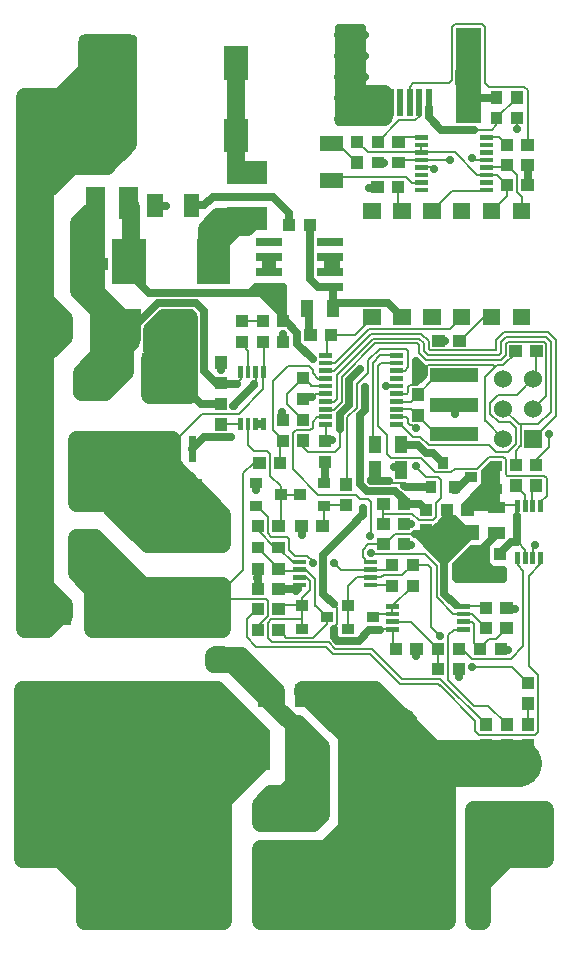
<source format=gtl>
G04 start of page 2 for group 0 idx 0 *
G04 Title: (unknown), component *
G04 Creator: pcb 20110918 *
G04 CreationDate: So 13 Jul 2014 20:19:28 GMT UTC *
G04 For: ffg *
G04 Format: Gerber/RS-274X *
G04 PCB-Dimensions: 196850 334646 *
G04 PCB-Coordinate-Origin: lower left *
%MOIN*%
%FSLAX25Y25*%
%LNTOP*%
%ADD270C,0.0630*%
%ADD269C,0.0709*%
%ADD268C,0.0787*%
%ADD267C,0.1221*%
%ADD266C,0.0394*%
%ADD265C,0.0354*%
%ADD264C,0.0138*%
%ADD263C,0.0276*%
%ADD262R,0.0339X0.0339*%
%ADD261R,0.0630X0.0630*%
%ADD260R,0.0340X0.0340*%
%ADD259R,0.0709X0.0709*%
%ADD258R,0.1102X0.1102*%
%ADD257R,0.0197X0.0197*%
%ADD256R,0.0827X0.0827*%
%ADD255R,0.0472X0.0472*%
%ADD254R,0.0161X0.0161*%
%ADD253R,0.0512X0.0512*%
%ADD252R,0.0157X0.0157*%
%ADD251R,0.0394X0.0394*%
%ADD250R,0.0240X0.0240*%
%ADD249R,0.0165X0.0165*%
%ADD248R,0.0787X0.0787*%
%ADD247R,0.0748X0.0748*%
%ADD246C,0.1181*%
%ADD245C,0.0001*%
%ADD244C,0.0250*%
%ADD243C,0.0079*%
%ADD242C,0.1575*%
%ADD241C,0.0600*%
G54D241*X180374Y64751D02*Y48638D01*
X176444Y64751D02*Y48638D01*
X170942Y64751D02*Y48638D01*
X165833Y64751D02*Y42350D01*
X163868Y27809D02*X161117D01*
X163868Y40385D02*Y27809D01*
X172121Y48638D02*X163868Y40385D01*
X161117Y27809D02*Y64751D01*
X184697Y48638D02*X172121D01*
X135190Y50199D02*X135179Y50210D01*
X184697Y64751D02*Y48638D01*
X161117Y64751D02*X184697D01*
G54D242*X175658Y80471D02*X135179D01*
G54D243*X165047Y93441D02*Y93499D01*
X181496Y89903D02*X182480Y90887D01*
G54D241*X143825Y70253D02*Y36062D01*
X148541Y70253D02*X143825D01*
X148541Y31739D02*Y70253D01*
X152078Y27809D02*Y80864D01*
G54D242*X135179Y39206D02*Y91868D01*
G54D244*X155968Y111871D02*X156008Y111911D01*
X155968Y109280D02*Y111871D01*
G54D243*X160331Y112697D02*X173786D01*
X149900Y108646D02*X137100D01*
X136400Y107046D02*X149083D01*
G54D244*X141795Y118527D02*X141860Y118592D01*
X141795Y116366D02*Y118527D01*
G54D241*X139109Y88724D02*Y93833D01*
G54D243*X161510Y91082D02*X162689Y89903D01*
X161510Y94619D02*Y91082D01*
X165047Y93499D02*X149900Y108646D01*
X149083Y107046D02*X149883Y106246D01*
X133955Y119608D02*X134971Y118592D01*
X137100Y108646D02*X127200Y118546D01*
X126526Y116920D02*X136400Y107046D01*
X149119Y111911D02*Y118592D01*
X163082D02*Y118987D01*
X156008Y118592D02*X157196D01*
X160433Y115355D01*
X173425D01*
G54D244*X172441Y118307D02*X170255D01*
X169970Y118592D01*
G54D243*X173425Y115355D02*X177559Y119489D01*
X179331Y112992D02*X182480Y109843D01*
X173786Y112697D02*X179195Y107288D01*
X162689Y89903D02*X181553D01*
X182480Y109843D02*Y90887D01*
G54D241*X97648Y96388D02*X77801Y116234D01*
X89957Y90323D02*X75443Y104837D01*
X95093Y104444D02*Y98942D01*
X83303Y116234D02*X95093Y104444D01*
G54D243*X88422Y119368D02*X88428Y119362D01*
X88472Y119318D02*X88644Y119146D01*
G54D241*X86447Y93833D02*Y76934D01*
G54D242*X77408Y95012D02*Y76541D01*
G54D241*X89957Y80444D02*Y87125D01*
X77408Y67895D02*X89957Y80444D01*
Y84008D02*Y90323D01*
G54D243*X88644Y119146D02*X111831D01*
X111800D02*X111874D01*
X114000Y117020D01*
G54D242*X67583Y99728D02*Y33704D01*
G54D241*X77408Y27809D02*Y67895D01*
X31427Y27809D02*X77408D01*
X31427Y40385D02*Y27809D01*
X75443Y104837D02*X10598D01*
G54D242*X56579Y97763D02*Y32918D01*
X45182Y98156D02*Y32918D01*
G54D241*X37715Y104051D02*Y27809D01*
X32606Y104837D02*Y27809D01*
X23174Y48638D02*X31427Y40385D01*
X38501Y104837D02*X37715Y104051D01*
X27497Y104837D02*Y44315D01*
X21995Y104837D02*Y48638D01*
X16493Y104837D02*Y48638D01*
X10598D02*X23174D01*
X10598Y104837D02*Y48638D01*
X105311Y27809D02*Y43922D01*
X110027Y27809D02*Y43922D01*
X114743Y27809D02*Y43922D01*
X118673Y58856D02*X111599Y51782D01*
X118673Y60821D02*Y58856D01*
X89984Y39992D02*X118673D01*
X89984Y43922D02*X118673D01*
Y49031D02*X89984D01*
Y51782D02*Y27809D01*
X111599Y51782D02*X89984D01*
X152078Y27809D02*X89984D01*
X143825Y36062D02*X126533D01*
X122603Y31739D02*X148541D01*
X122210Y32132D02*X122603Y31739D01*
X110027Y69467D02*X92735D01*
X97844Y70253D02*X100988Y73397D01*
X93521Y70253D02*X97844D01*
X107276Y60428D02*X89984D01*
X100988Y73397D02*Y93440D01*
X89984Y66716D02*X93521Y70253D01*
X89984Y60428D02*Y66716D01*
X105311Y90689D02*Y60428D01*
X110027Y63179D02*X107276Y60428D01*
X110027Y85973D02*Y63179D01*
X126533Y36062D02*Y93636D01*
X122210D02*Y32132D01*
X118673Y89510D02*Y27809D01*
X102560Y93440D02*X110027Y85973D01*
X100595Y93440D02*X102560D01*
X95093Y98942D02*X100595Y93440D01*
X108652Y99532D02*X133410D01*
X134982Y93636D02*X135179Y93833D01*
X114546Y93636D02*X134982D01*
X152078Y80864D02*X135179Y97763D01*
X104132Y104051D02*X118673Y89510D01*
X104132Y104837D02*Y104051D01*
X128105Y104837D02*X104132D01*
G54D243*X127200Y118546D02*X114846D01*
X114673Y118719D01*
X113974Y117046D02*X114100Y116920D01*
X126526D01*
G54D241*X139109Y93833D02*X128105Y104837D01*
G54D244*X172173Y131918D02*X171939Y132151D01*
X174670Y131918D02*X172173D01*
G54D243*X177559Y119489D02*Y144489D01*
X179331Y142914D02*Y112992D01*
X149720Y106409D02*X161510Y94619D01*
X152471Y108374D02*X161117Y99728D01*
X179195Y93440D02*Y100398D01*
X165833Y99728D02*X172121Y93440D01*
X161117Y99728D02*X165833D01*
X152471Y122129D02*Y108374D01*
X149720Y122915D02*Y122926D01*
X152471Y122156D02*Y123141D01*
X161220Y120453D02*X163082Y118592D01*
Y118987D02*X166142Y122048D01*
X168517D01*
X171939Y125470D01*
X152471Y123141D02*X154331Y125000D01*
X157382D01*
X157480Y125099D01*
X161220Y126969D02*Y120453D01*
X157480Y127658D02*X160531D01*
X161220Y126969D01*
X157580Y130216D02*X160304D01*
X164425Y132776D02*X165050Y132151D01*
X164425Y132776D02*X155413D01*
X160304Y130216D02*X165050Y125470D01*
X155607Y130216D02*X158925D01*
X154231D02*X157184D01*
G54D244*X151181Y137008D02*X154921Y133268D01*
G54D243*X155413Y132776D02*X154823Y133366D01*
X148622Y135825D02*X154231Y130216D01*
X177559Y144489D02*X175591Y146457D01*
X183208Y146791D02*X179331Y142914D01*
G54D244*X167126Y144882D02*X170866D01*
Y141929D01*
X166339Y143504D02*X169535D01*
X169654Y143386D01*
X170866Y141929D02*X162134D01*
X164996Y144847D02*X166339Y143504D01*
X169654Y143386D02*X160678D01*
X165157Y145241D02*X165551Y144847D01*
X155118Y142126D02*X155315Y141929D01*
X162134D02*X158965Y145099D01*
X159217Y144847D02*X164996D01*
X160678Y143386D02*X160595Y143469D01*
X155315Y141929D02*X162598D01*
G54D243*X121798Y142153D02*X119119Y139474D01*
Y125303D02*Y139474D01*
X122067Y142422D02*X121516Y141871D01*
G54D244*X126203Y124943D02*X129797D01*
G54D243*X126673Y144981D02*X116650D01*
X102547Y147270D02*X100999D01*
X102547Y144711D02*X96669D01*
X105800Y137575D02*X103771Y135546D01*
X105138Y142422D02*X106457Y141103D01*
Y138232D01*
X105748Y137523D01*
X108071Y142048D02*Y133124D01*
X102953Y142422D02*X105138D01*
X102953Y144981D02*X105138D01*
X108071Y142048D01*
X103771Y128417D02*Y135527D01*
X108081Y133114D02*X111992Y129203D01*
Y126938D01*
X107400Y122346D01*
X108071Y133124D02*X108137Y133058D01*
X107400Y122346D02*X98413D01*
X98113Y122646D01*
X92342Y122446D02*Y122304D01*
X93900Y120746D01*
X112646D01*
X112600D02*X112646D01*
X114800Y118592D01*
X103739Y128417D02*Y125356D01*
X103792Y125303D01*
X146850Y125785D02*X149720Y122915D01*
G54D244*X129797Y124943D02*X129800Y124946D01*
G54D243*X133858Y130217D02*Y132776D01*
Y132677D02*Y132778D01*
X126575Y144981D02*X132098D01*
X126575Y139863D02*X133563D01*
X122067Y142422D02*X130217D01*
X130906Y143111D01*
X132098Y144981D02*X133808Y146691D01*
X133858Y132778D02*X140697Y139617D01*
X148622Y146260D02*Y135825D01*
X137117Y143111D02*X140697Y146691D01*
X145829D01*
X146850Y145670D01*
X133563Y139863D02*X133808Y139617D01*
X130906Y143111D02*X137117D01*
X137008D02*X137117D01*
X146850Y145670D02*Y125785D01*
X161451Y281635D02*X161006Y282080D01*
X165136Y281635D02*X161451D01*
X162210Y276556D02*X165098D01*
X165136Y271400D02*X153863D01*
X143484Y273959D02*X140307D01*
X154572Y284194D02*X162210Y276556D01*
X143484Y284194D02*X154572D01*
X143528Y281591D02*X143484Y281635D01*
X153145Y281591D02*X143528D01*
X153088Y281648D02*X153212Y281524D01*
X153863Y271400D02*X147079Y264616D01*
X172022Y269716D02*X166922Y264616D01*
X172022Y273369D02*Y269716D01*
X165187Y276569D02*X165136Y276518D01*
X168823Y276569D02*X165187D01*
X165098Y276556D02*X165136Y276518D01*
X168874D02*X172022Y273369D01*
X165136Y279077D02*X171236D01*
X176922Y269344D02*X175410Y270856D01*
X176922Y264616D02*Y269344D01*
G54D244*X178912Y273369D02*Y279865D01*
G54D243*X179010Y286770D02*X178948Y286708D01*
X179010Y304742D02*Y286770D01*
X178953Y304799D02*X179010Y304742D01*
X177819Y305933D02*X179000Y304752D01*
X175410Y276478D02*X172024Y279865D01*
X171236Y279077D02*X172024Y279865D01*
X175410Y270856D02*Y276478D01*
X175456Y291957D02*Y295501D01*
X167090Y291662D02*X168567Y293138D01*
X161185Y291662D02*X167090D01*
G54D244*X150161D02*X160988D01*
G54D243*X169454Y289312D02*X172058Y286708D01*
X165136Y289312D02*X169454D01*
X168567Y293138D02*Y295894D01*
X166008Y305933D02*X177819D01*
X168567Y295894D02*X168504Y295957D01*
X168567Y295501D02*X175456Y302390D01*
X168504Y296597D02*Y296028D01*
G54D244*X143960Y212406D02*X141771Y214595D01*
X141795Y214571D02*X141710Y214656D01*
G54D243*X139039Y212429D02*Y217744D01*
X137912Y211302D02*X139039Y212429D01*
X142800Y217256D02*X145100Y214956D01*
G54D244*X143960Y209673D02*Y212406D01*
X141795Y207508D02*X143960Y209673D01*
X141795Y207705D02*Y214571D01*
G54D243*X145310Y209856D02*Y212956D01*
G54D244*X132375Y233886D02*X137079Y229182D01*
X113950Y233886D02*X132375D01*
X113950Y239102D02*X113842Y239210D01*
X113950Y232083D02*Y239102D01*
X124810Y198256D02*Y205956D01*
X123010Y196456D02*X124810Y198256D01*
G54D243*X122010Y206856D02*Y198956D01*
X129000Y212823D02*Y193728D01*
X127425Y214004D02*Y190215D01*
X125815Y210661D02*X122010Y206856D01*
X125815Y214756D02*Y210661D01*
G54D244*X123110Y211756D02*X119510Y208156D01*
G54D243*X128210Y220456D02*X117010Y209256D01*
X127510Y222056D02*X115410Y209956D01*
X127079Y228785D02*X121424Y223130D01*
X114456Y211302D02*X126810Y223656D01*
X114715Y213861D02*X126110Y225256D01*
G54D244*X123210Y211756D02*X123110D01*
G54D243*X117010Y201056D02*X114310Y198356D01*
X117010Y209256D02*Y201056D01*
X115410Y202056D02*X114410Y201056D01*
X115410Y209956D02*Y202056D01*
X128210Y220456D02*X141410D01*
X138252Y218532D02*X129590D01*
X139039Y217744D02*X138252Y218532D01*
X141390Y220456D02*X142090D01*
X142800Y219746D01*
Y217256D01*
X126110Y225256D02*X152996D01*
X125850Y214791D02*X129590Y218532D01*
X130038Y213861D02*X129000Y212823D01*
X134834Y213861D02*X130038D01*
X129841Y216420D02*X127425Y214004D01*
X134834Y216420D02*X129841D01*
X126810Y223656D02*X143490D01*
X127510Y222056D02*X142590D01*
X142610D02*X142790D01*
X143490Y223656D02*X146000Y221146D01*
X142790Y222056D02*X144400Y220446D01*
X146000Y221146D02*Y218646D01*
X146490Y218156D01*
X144400Y220446D02*Y217956D01*
X134834Y211302D02*X137912D01*
X139728Y206622D02*X142076D01*
X139116Y206010D02*X139728Y206622D01*
X139116Y204162D02*Y206010D01*
X139039Y204085D02*X139116Y204162D01*
X138580Y203626D02*X139110Y204156D01*
X134834Y203626D02*X138580D01*
X135236Y206201D02*X131791D01*
X131693Y206300D01*
X134834Y201067D02*X139990D01*
X134834Y198508D02*X140228D01*
X135236Y195965D02*X138287D01*
X139094Y195158D01*
Y193859D01*
X139764Y193189D01*
X140563D01*
X141598Y192154D01*
X140614Y189398D02*X143168D01*
X136671Y193341D02*X140614Y189398D01*
X133636Y193341D02*X136671D01*
G54D244*X136724Y186642D02*X136610Y186756D01*
X142386Y186642D02*X136724D01*
G54D243*X129000Y192941D02*X132149Y189791D01*
X129000Y193729D02*Y192941D01*
X127425Y187036D02*X127819Y186642D01*
X127425Y190185D02*Y187036D01*
X133330Y182311D02*X132149Y183492D01*
X142779Y182311D02*X133330D01*
X143168Y189398D02*X146010Y186556D01*
G54D244*X145141Y183886D02*X142386Y186642D01*
X147504Y183886D02*X145141D01*
X150690Y180700D02*X147504Y183886D01*
G54D243*X142900Y182311D02*X143235D01*
X132149Y189791D02*Y183492D01*
G54D244*X150690Y180669D02*Y180700D01*
G54D243*X146010Y186556D02*X166210D01*
X145929Y172469D02*X145928D01*
X143235Y182311D02*X148100Y177446D01*
X153508D01*
X154800Y178738D01*
X155100D01*
X166210Y186556D02*X168510Y184256D01*
X164957Y194556D02*X170780Y188733D01*
X164810Y194556D02*X164957D01*
X168510Y184256D02*X172310D01*
X170810Y182656D02*X165910D01*
G54D244*X168363Y165411D02*X168072Y165120D01*
X167416Y165776D02*X168072Y165120D01*
X159315Y165776D02*X167416D01*
G54D243*X169735Y166460D02*X168263Y164988D01*
G54D244*Y165311D02*X168072Y165120D01*
X166929Y167520D02*X161024D01*
X168363Y179687D02*Y165411D01*
Y179687D02*X166891D01*
X166929Y177756D02*Y167520D01*
X166891Y179687D02*X164764Y177559D01*
Y173229D01*
X158240Y166705D01*
Y165776D01*
X161024Y167520D02*X166142Y172638D01*
Y170079D01*
X163583Y167520D01*
G54D243*X171710Y181756D02*X170810Y182656D01*
X175063Y179948D02*Y184709D01*
Y184646D02*Y184709D01*
X176500Y186146D01*
X176590Y186236D02*X176515Y186161D01*
X172350Y184256D02*X172150D01*
X171710Y176806D02*Y181756D01*
X172110Y176406D02*X171710Y176806D01*
X175456Y166457D02*X175459Y166460D01*
X169735D02*X175459D01*
X178059Y170062D02*X175063Y173059D01*
X178059Y170062D02*Y166460D01*
X176590Y193456D02*Y186236D01*
X173120Y194156D02*X175010Y192266D01*
Y186916D01*
X172350Y184256D01*
X123000Y168646D02*X121750Y169896D01*
X121700Y169946D02*X121800Y169846D01*
X123000Y168646D02*X125700D01*
X126800Y167546D01*
G54D241*X123882Y300412D02*X124118Y300176D01*
X123882Y296000D02*Y300412D01*
G54D243*X125624Y284194D02*X122191Y287626D01*
G54D241*X131078Y303656D02*Y296000D01*
X123882Y303656D02*X131078D01*
X124118Y300176D02*X130382D01*
X131078Y296000D02*X123882D01*
G54D244*X123685Y308492D02*X116204D01*
Y309673D02*X123685D01*
G54D243*X138410Y275856D02*X114555D01*
X140307Y273959D02*X138410Y275856D01*
G54D244*X126206Y272336D02*X128752D01*
X128884Y272469D01*
G54D243*X135774Y265922D02*X137079Y264616D01*
X135774Y272469D02*Y265922D01*
X114555Y275856D02*X113530Y274831D01*
X115894Y287035D02*X122191Y280738D01*
X113530Y287035D02*X115894D01*
G54D244*X123685Y294319D02*X116204D01*
G54D243*X139630Y303177D02*Y305933D01*
G54D244*X168567Y302390D02*X160299D01*
G54D243*X164827Y307114D02*X166008Y305933D01*
G54D244*X156165Y309083D02*X162071D01*
Y310854D02*X156165D01*
X162071Y307311D02*Y310854D01*
X156165Y307311D02*X162071D01*
G54D243*X164827Y326012D02*Y307114D01*
X163842Y326996D02*X164827Y326012D01*
X154590Y326996D02*X163842D01*
X153606Y326012D02*X154590Y326996D01*
G54D244*X156165Y310854D02*Y307311D01*
G54D243*X153606Y308099D02*Y326012D01*
X152622Y307114D02*X153606Y308099D01*
X147305Y279077D02*X147782Y278600D01*
X143484Y279077D02*X147305D01*
X136868Y281635D02*X135970Y280736D01*
X143484Y281635D02*X136868D01*
X136210Y294756D02*X129080Y287626D01*
X143110Y284194D02*X125624D01*
X143484D02*Y286753D01*
X137656Y289312D02*X135970Y287626D01*
X143484Y289312D02*X137656D01*
G54D244*X145929Y295894D02*X150161Y291662D01*
G54D243*X142910Y298556D02*X142810Y298656D01*
X142910Y296156D02*Y298556D01*
X141510Y294756D02*X142910Y296156D01*
X136210Y294756D02*X141510D01*
G54D244*X145929Y299043D02*Y295894D01*
G54D243*X140811Y307114D02*X152622D01*
X139630Y305933D02*X140811Y307114D01*
X142076Y206622D02*X145310Y209856D01*
X164810Y209356D02*Y194556D01*
X140228Y198508D02*X148221Y190515D01*
X156426D02*X148221D01*
X139990Y201067D02*X149124Y210201D01*
X156426D02*X149124D01*
X145710Y213356D02*X167310D01*
X145310Y212956D02*X145710Y213356D01*
X145410Y214956D02*X166510D01*
X145100D02*X145500D01*
X146110Y216556D02*X169410D01*
X146773Y218156D02*X168410D01*
X146490D02*X147000D01*
X144400Y217956D02*X145800Y216556D01*
X146300D01*
X167310Y213356D02*X168060Y212606D01*
X168710Y213256D02*X164810Y209356D01*
X170810Y213256D02*X168710D01*
X169210Y203356D02*X175403D01*
X174958Y217404D02*X170810Y213256D01*
X174958Y217785D02*Y217404D01*
X169410Y216556D02*X170110Y217256D01*
X168510Y221656D02*X171010Y224156D01*
X168510Y218256D02*Y221656D01*
X170110Y220956D02*X171710Y222556D01*
X170110Y217256D02*Y220956D01*
X168510Y218256D02*X168410Y218156D01*
X171710Y220256D02*X172410Y220956D01*
X152996Y225256D02*X156922Y229182D01*
X156559Y221287D02*Y221091D01*
X164453Y229182D02*X156559Y221287D01*
X166922Y229182D02*X164453D01*
X171710Y216556D02*Y220256D01*
X166510Y200656D02*X169210Y203356D01*
X166510Y197056D02*Y200656D01*
X169410Y194156D02*X166510Y197056D01*
X170110Y214956D02*X171710Y216556D01*
X166410Y214956D02*X170110D01*
X172510Y194156D02*X169410D01*
X175063Y194450D02*X175057Y194456D01*
X176057Y193456D02*X170780Y198733D01*
X172490Y194156D02*X172690D01*
X172660D02*X173120D01*
G54D244*X134315Y179162D02*X135693D01*
X137758Y160264D02*X137744Y160250D01*
X123882Y163101D02*X120101Y159320D01*
X124000Y165646D02*Y163219D01*
X123714Y162932D01*
G54D243*X130856Y163646D02*X140429D01*
X126800Y167546D02*Y156587D01*
X132937Y173847D02*X137858D01*
X133921D02*X136874D01*
G54D244*X137930Y168110D02*X134786Y171254D01*
G54D243*X133134Y174634D02*X133921Y173847D01*
G54D244*X126834Y174634D02*X132740D01*
X126638Y174831D02*X126834Y174634D01*
G54D243*X118810Y173956D02*X118280Y173426D01*
G54D244*X125354Y171254D02*X122996Y173612D01*
X134786Y171254D02*X125354D01*
G54D243*X109200Y169946D02*X121700D01*
X130856Y160250D02*Y166931D01*
G54D244*X103606Y159447D02*X103624Y159464D01*
X103606Y156721D02*Y159447D01*
G54D243*X98630Y155927D02*X93521D01*
X99416Y155141D02*X98630Y155927D01*
X99416Y151604D02*Y155141D01*
X93128Y176363D02*X96665Y172826D01*
X101381Y149639D02*X99416Y151604D01*
X101413Y149607D02*X101098Y149922D01*
X105512Y149607D02*X101413D01*
X84089Y177149D02*Y144923D01*
X87626Y180686D02*X84089Y177149D01*
X89592Y180686D02*X87626D01*
X85268Y128417D02*Y122522D01*
X88805Y131954D02*X85268Y128417D01*
X88990Y131954D02*X88805D01*
X100700Y178446D02*X109200Y169946D01*
X107276Y147281D02*Y147842D01*
X105512Y149607D01*
G54D244*X120245Y159464D02*X110813Y150032D01*
Y138242D02*Y150032D01*
Y137063D02*X114350Y133526D01*
X110813Y137849D02*Y137063D01*
G54D243*X131642Y153962D02*X134590Y156910D01*
X131642Y153569D02*Y153962D01*
X140500Y150146D02*X126812D01*
X126533Y150425D01*
X126800Y156587D02*X126533Y156320D01*
X116650Y144981D02*X114350Y147281D01*
X130856Y153569D02*X125813D01*
X123937Y151693D01*
Y149292D01*
X125827Y147402D01*
X126220D01*
X115529Y126845D02*X114350Y125666D01*
X115529Y132347D02*Y126845D01*
X114546Y133330D02*X115529Y132347D01*
G54D244*X114350Y122522D02*Y125273D01*
X115529Y121343D02*X114350Y122522D01*
X122603Y121343D02*X115922D01*
X126140Y124880D02*X122603Y121343D01*
G54D243*X133955Y125099D02*Y119608D01*
Y130216D02*X128332D01*
G54D244*X95879Y138635D02*X102560D01*
G54D243*X97028Y133103D02*X95879Y131954D01*
X103792Y133103D02*X97028D01*
X98237Y122522D02*X95879Y124880D01*
X92342Y127238D02*Y122522D01*
X93521Y128417D02*X92342Y127238D01*
X103739Y128417D02*X93521D01*
X133955Y125099D02*X130289D01*
X128332Y130216D02*X127319Y129203D01*
G54D241*X74264Y116234D02*X78980D01*
X74264Y113483D02*Y116234D01*
X80552Y113483D02*X74264D01*
X76229Y116234D02*X83303D01*
G54D244*X88990Y145316D02*Y138635D01*
G54D243*X84089Y144923D02*X77015Y137849D01*
X79176Y135295D02*X78587Y134705D01*
G54D241*X77015Y125273D02*Y139421D01*
G54D243*X91753Y135295D02*X79176D01*
X92342Y134705D02*X91753Y135295D01*
X92342Y129596D02*Y134705D01*
X88990Y126244D02*X92342Y129596D01*
X88990Y124880D02*Y126244D01*
X85268Y122522D02*X88412Y119378D01*
G54D241*X32606Y155534D02*Y139814D01*
X34571Y155534D02*X28676D01*
X50684Y139421D02*X34571Y155534D01*
X28676D02*Y143744D01*
X52256Y153569D02*X40466Y165359D01*
X77015Y134705D02*X43610D01*
X77015Y139421D02*X50684D01*
X77015Y130382D02*X43610D01*
X34178Y125273D02*X77015D01*
X34178D02*X75443D01*
X43610Y138635D02*X51077D01*
X43610Y146495D02*Y125273D01*
X37715Y152390D02*Y125273D01*
X34178Y138242D02*Y125273D01*
X28676Y143744D02*X34178Y138242D01*
X20816Y129596D02*Y136670D01*
X23174Y129596D02*X18851Y125273D01*
X24336Y129596D02*X23174D01*
X24336Y133150D02*X18065Y139421D01*
X24336Y130153D02*Y133150D01*
X18065Y125273D02*X11384D01*
X53042Y207017D02*X66011D01*
X53042Y203087D02*X66011D01*
X65500D02*X66000Y203587D01*
X53800Y218221D02*X54000Y218021D01*
X53800Y218246D02*X53788Y218234D01*
G54D243*X98630Y203472D02*X104040Y208882D01*
X106097Y212912D02*X99023D01*
X107276Y211733D02*X106097Y212912D01*
X107276Y210554D02*Y211733D01*
X109136Y208694D02*X107276Y210554D01*
X111984Y208694D02*X109136D01*
X107300Y194346D02*Y192346D01*
X106500Y191546D01*
X101600D01*
X100700Y190646D01*
G54D244*X71196Y189332D02*X67201Y185337D01*
X80159Y189332D02*X71196D01*
G54D243*X85901Y186445D02*X87700Y184646D01*
X91919D01*
X91960Y184606D01*
X85729Y193702D02*Y186617D01*
X86370Y185976D01*
X116315Y191561D02*X116380Y191626D01*
X116315Y185795D02*Y191561D01*
X114800Y184280D02*X116315Y185795D01*
X112778Y184280D02*X114800D01*
X96480Y181079D02*Y189124D01*
X93128Y183437D02*Y176363D01*
X91949Y184616D02*X93128Y183437D01*
X104040Y194906D02*Y194926D01*
X111794Y195920D02*X108874D01*
X107300Y194346D01*
X100700Y190646D02*Y178446D01*
X70334Y196799D02*X61688Y188153D01*
G54D244*X69941Y200336D02*X67190Y203087D01*
X75443Y207017D02*X82124D01*
X71120Y211340D02*X75443Y207017D01*
X71207Y211253D02*X71100Y211360D01*
X76622Y200336D02*X69941D01*
G54D243*X76622Y193448D02*X82916D01*
X83170Y193702D01*
X70386Y196851D02*X69795Y196260D01*
X82598Y196969D02*X70504D01*
X70114Y196579D01*
G54D244*X87795Y206496D02*X80709Y199410D01*
G54D243*X90846Y205216D02*X82598Y196969D01*
X98630Y200336D02*Y203472D01*
X104040Y194926D02*X98630Y200336D01*
X96480Y189124D02*X96468Y189136D01*
X93914Y191690D02*X97451Y188153D01*
X93914Y207803D02*Y191690D01*
X99023Y212912D02*X93914Y207803D01*
G54D244*X87795Y206890D02*Y206496D01*
G54D243*X90846Y211024D02*Y205216D01*
G54D241*X28676Y167324D02*X38501D01*
X28676Y179114D02*Y167324D01*
Y177149D02*X43610Y162215D01*
X36929Y188153D02*Y168896D01*
X33785Y188153D02*Y172040D01*
X28676Y188153D02*Y177149D01*
X44003Y188153D02*X28676D01*
X40466Y187367D02*Y165359D01*
X30248Y204266D02*X38108D01*
X30248Y210554D02*Y204266D01*
X77015Y162215D02*X43610D01*
X77015Y157892D02*X47933D01*
X77015Y153569D02*X52256D01*
X77015Y163394D02*Y153569D01*
X67976Y172433D02*X77015Y163394D01*
X69155Y170075D02*Y171254D01*
X40466Y165359D02*X67976D01*
X40466Y174791D02*X65618D01*
X69155Y171254D02*X60509Y179900D01*
X40466Y170075D02*X69155D01*
X40466Y179114D02*X61295D01*
X40466Y183830D02*X60509D01*
Y188153D02*X40466D01*
X60509Y179900D02*Y188153D01*
G54D244*X96913Y195372D02*X97451Y194834D01*
X96913Y197469D02*Y195372D01*
X88252Y173762D02*X88465Y173975D01*
X88252Y171681D02*Y173762D01*
X111323Y174145D02*X111153Y173975D01*
X111323Y180930D02*Y174145D01*
G54D243*X111606Y188102D02*X111323Y187820D01*
X111606Y193390D02*Y188102D01*
X112087Y198356D02*X111984Y198459D01*
X105771Y184280D02*X112858D01*
X104040Y186011D02*X105771Y184280D01*
X104040Y188018D02*Y186011D01*
G54D244*X104634Y202587D02*X104040Y201992D01*
G54D243*X88412Y210970D02*Y207017D01*
X88443Y211001D02*X88412Y210970D01*
X91002Y219748D02*Y211033D01*
G54D244*X107149Y202587D02*X104634D01*
G54D243*X106983Y206135D02*X106836Y206282D01*
X106934Y206184D02*X104237Y208882D01*
X108140Y203577D02*X107149Y202587D01*
X111984Y203577D02*X108140D01*
X111984Y206135D02*X106983D01*
G54D244*X102167Y223916D02*X98237Y227846D01*
X102167Y220379D02*Y223916D01*
X107276Y215270D02*X102167Y220379D01*
G54D243*X111984Y216371D02*Y221794D01*
G54D244*X123010Y173598D02*Y196456D01*
G54D243*X118810Y195756D02*Y173956D01*
X122010Y198956D02*X118810Y195756D01*
G54D244*X116310Y191856D02*X116315Y191851D01*
X116310Y196756D02*Y191856D01*
X119510Y199956D02*X116310Y196756D01*
X119510Y208156D02*Y199956D01*
G54D243*X114310Y198356D02*X112087D01*
X112022Y201056D02*X111984Y201018D01*
X114410Y201056D02*X112022D01*
X118280Y166538D02*X111516D01*
X111606Y211302D02*X114456D01*
X111606Y213861D02*X114715D01*
G54D244*X105968Y223863D02*X106566Y223265D01*
X105968Y226799D02*Y223863D01*
Y231403D02*X105288Y232083D01*
X105968Y226996D02*Y231403D01*
G54D243*X111984Y221794D02*X113456Y223265D01*
X113590Y223130D02*X113456Y223265D01*
G54D244*X108912Y239210D02*X106362Y241760D01*
X113203Y239210D02*X108912D01*
G54D243*X121424Y223130D02*X113590D01*
X100999Y147270D02*X95879Y152390D01*
X94700D02*X95486D01*
X88990Y158100D02*X94700Y152390D01*
X92342Y157106D02*X93521Y155927D01*
X96669Y144711D02*X88990Y152390D01*
Y159464D02*Y158100D01*
X92342Y162608D02*Y157106D01*
X88775Y166175D02*X92342Y162608D01*
X88465Y166175D02*X88775D01*
X96665Y160250D02*Y172826D01*
Y160250D02*X95879Y159464D01*
X111153Y160104D02*X110512Y159464D01*
X111153Y166175D02*Y160104D01*
X111516Y166538D02*X111153Y166175D01*
X102953Y170075D02*X96665D01*
G54D244*X47933Y226274D02*X55400Y233741D01*
X47147Y226274D02*X47933D01*
X46774Y243153D02*X52649Y237278D01*
X46774Y245138D02*Y243153D01*
G54D241*X43217Y229418D02*Y219200D01*
X46754Y220772D02*Y225881D01*
G54D244*X55302Y233644D02*X55605Y233946D01*
X97451Y227944D02*Y236492D01*
G54D241*X34964Y265967D02*Y237671D01*
X29462Y260465D02*Y238064D01*
Y246317D02*Y249854D01*
Y246317D02*X34964D01*
X29462Y260465D02*X34964Y265967D01*
X46774D02*Y247639D01*
X85464Y259090D02*X88805Y262430D01*
X81534Y259090D02*X85464D01*
X76622Y254177D02*X84875Y262430D01*
X76622Y259286D02*X79766Y262430D01*
X76622Y246317D02*Y259286D01*
X71906Y258500D02*Y246317D01*
X75836Y262430D02*X71906Y258500D01*
X87626Y262430D02*X75836D01*
X53042Y215270D02*Y203087D01*
X39680Y213305D02*X34571Y208196D01*
X44789Y210947D02*Y218807D01*
X38108Y204266D02*X44789Y210947D01*
X36143Y216449D02*X30248Y210554D01*
X39680Y230990D02*Y213305D01*
X46754Y225881D02*X34964Y237671D01*
X44789Y218807D02*X46754Y220772D01*
X36143Y231383D02*Y216449D01*
X29462Y238064D02*X36143Y231383D01*
X46774Y247639D02*X46036Y246901D01*
X21602Y231383D02*Y219986D01*
X24353Y222737D02*Y228632D01*
Y222737D02*X18065Y216449D01*
X24353Y228632D02*X18065Y234920D01*
X53800Y224946D02*Y218246D01*
G54D242*X39947Y314442D02*Y291016D01*
G54D241*X38894Y279924D02*X45853Y286883D01*
X43015Y284045D02*X45853Y286883D01*
X32213Y320594D02*Y311555D01*
X45853Y320594D02*X32213D01*
X45853Y286883D02*Y320594D01*
X29813Y309197D02*Y287540D01*
X23132Y302516D02*X34529Y313913D01*
X18065Y278543D02*Y125273D01*
X16493Y302516D02*Y125273D01*
X11384Y125666D02*Y302516D01*
G54D244*X55054Y266169D02*X54763Y266461D01*
X58330Y266169D02*X55054D01*
G54D241*X38894Y279722D02*Y279924D01*
X27104Y279722D02*X38894D01*
X26318Y284045D02*X43015D01*
X16493Y269111D02*X27104Y279722D01*
X25139Y289940D02*X18851Y283652D01*
X16493Y289940D02*X29813D01*
X16493Y294656D02*X29813D01*
X16493Y298979D02*X29813D01*
Y287540D02*X11384Y269111D01*
Y302516D02*X23132D01*
G54D244*X115023Y248847D02*X112267D01*
X115023Y244516D02*Y248847D01*
X112267Y244516D02*X115023D01*
X112267Y248847D02*Y244516D01*
X106362Y241760D02*Y259870D01*
X99275Y260068D02*X99473Y259870D01*
X99275Y264004D02*Y260068D01*
X93960Y269319D02*X99275Y264004D01*
G54D241*X81773Y289897D02*Y313913D01*
G54D244*X74079Y269319D02*X93960D01*
X71220Y266461D02*X74079Y269319D01*
X66967Y266461D02*X71220D01*
G54D241*X81731Y289505D02*Y276971D01*
X81773Y289547D02*X81731Y289505D01*
G54D244*X123882Y325421D02*Y294319D01*
X116204Y325421D02*X123685D01*
X116204Y294319D02*Y325421D01*
X93764Y244516D02*Y247075D01*
X91795Y244516D02*X93764D01*
X91795Y249043D02*Y244516D01*
X93764Y249043D02*X91795D01*
X93764Y246681D02*Y249043D01*
X97451Y239243D02*Y236099D01*
X88412Y239243D02*X97451D01*
X86447Y237278D02*X88412Y239243D01*
G54D243*X83696Y227846D02*X90770D01*
G54D241*X57758Y221558D02*X66011D01*
X55793Y222737D02*Y218021D01*
G54D243*X76964Y206775D02*X81664D01*
X83326Y208437D02*X81664Y206775D01*
X83326Y211033D02*Y208437D01*
X85885Y217965D02*Y211033D01*
X127079Y229182D02*Y228785D01*
G54D244*X89984Y237278D02*X97451Y229811D01*
X91556Y237278D02*X97451Y231383D01*
X93914Y237278D02*X97451Y233741D01*
Y236492D02*X96665Y237278D01*
X52649D02*X96665D01*
G54D243*X85885Y217965D02*X83964Y219886D01*
G54D244*X71100Y231146D02*X68300Y233946D01*
X55605D02*X68300D01*
G54D241*X66000Y228846D02*X57700D01*
X56400Y225146D02*X63200D01*
X58700Y228846D02*X57700D01*
X58800D02*X57700D01*
X55793Y218021D02*X66011D01*
X53042Y212519D02*X66011D01*
G54D243*X76964Y206775D02*X76664Y206475D01*
G54D244*X71100Y211360D02*Y231146D01*
G54D241*X66000Y203587D02*Y228846D01*
X55793Y218021D02*X53042Y215270D01*
X57700Y228846D02*X53800Y224946D01*
G54D244*X169762Y150425D02*X169779D01*
X173500Y154146D01*
X175500D01*
G54D243*X178091Y151655D02*X175600Y154146D01*
X180649Y149015D02*Y152295D01*
X181500Y153146D01*
X178091Y149015D02*Y151655D01*
X175591Y146457D02*Y148956D01*
X175532Y149015D01*
X175401Y162472D02*X175658Y162215D01*
X175401Y166402D02*Y162472D01*
X183159Y166460D02*Y167573D01*
X183208Y149015D02*Y146791D01*
X180559Y171863D02*X181756Y173059D01*
X180559Y171863D02*Y166460D01*
G54D244*X175500Y154146D02*Y163046D01*
G54D243*X181846Y209799D02*X175403Y203356D01*
X182510Y193456D02*X176057D01*
X186010Y190156D02*X186110Y190256D01*
X186010Y185756D02*Y190156D01*
X181756Y181502D02*X186010Y185756D01*
X181756Y179948D02*Y181502D01*
X186710Y197656D02*X182510Y193456D01*
X185110Y203063D02*X180780Y198733D01*
X188310Y196263D02*X180780Y188733D01*
X184315Y176406D02*X172110D01*
X185299Y175421D02*X184315Y176406D01*
X185299Y169713D02*Y175421D01*
X183159Y167573D02*X185299Y169713D01*
X188310Y220056D02*Y196263D01*
Y221656D02*Y219956D01*
X185810Y224156D02*X188310Y221656D01*
X171010Y224156D02*X185810D01*
X185110Y222556D02*X186710Y220956D01*
X171710Y222556D02*X185110D01*
X172410Y220956D02*X184410D01*
X186710Y218756D02*Y197656D01*
X185110Y217956D02*Y203063D01*
X186710Y220956D02*Y218656D01*
X185110Y220256D02*Y217856D01*
X184410Y220956D02*X185110Y220256D01*
X181846Y217785D02*Y209799D01*
G54D244*X135693Y179162D02*X136678Y178177D01*
G54D243*X136874Y173847D02*X137267Y173453D01*
G54D244*X138251Y172469D02*X137661Y173059D01*
G54D243*X142699Y182311D02*X142986D01*
X141598Y179555D02*Y179376D01*
G54D244*X155181Y171681D02*X154393D01*
X145535Y172469D02*X138251D01*
G54D243*X149130Y175774D02*X150113Y174791D01*
X145200Y175774D02*X149130D01*
X141598Y179376D02*X145200Y175774D01*
G54D244*X159287Y175787D02*X155181Y171681D01*
X160163Y175787D02*X159287D01*
G54D243*X165910Y182656D02*X161992Y178738D01*
X154812D02*X161992D01*
X150113Y174791D02*Y168896D01*
G54D244*X140023Y160264D02*X137758D01*
X137930Y166931D02*Y168110D01*
G54D243*X147362Y161429D02*X142646D01*
X148541Y162608D02*X147362Y161429D01*
X148541Y167324D02*Y162608D01*
X150113Y168896D02*X148541Y167324D01*
G54D244*X143039Y166931D02*X145004Y164966D01*
X137745Y166931D02*X143039D01*
G54D243*X134590Y156910D02*X143836D01*
X142646Y161429D02*X140429Y163646D01*
G54D244*X148819Y159252D02*X148799D01*
X146457Y156910D01*
X141535D02*X141909D01*
G54D243*X140053Y127658D02*X149119Y118592D01*
X133955Y127658D02*X140053D01*
G54D244*X152078Y164966D02*Y156910D01*
X141467D02*X153454D01*
X152078Y164874D02*Y162511D01*
X148622Y159055D01*
X152078Y161024D02*Y159185D01*
X149803Y156910D01*
X153543D02*X158572D01*
X159843Y156300D02*Y156496D01*
X152078Y162008D02*X154260D01*
X158965Y157303D01*
X155799D01*
X152078Y161024D01*
X141909Y156910D02*X151181Y147638D01*
X159843Y156300D01*
X143996Y154823D02*X158366D01*
X145965Y152855D02*X156398D01*
X148031Y150788D02*X154331D01*
X151181Y157087D02*Y137008D01*
G54D243*X140406Y150146D02*X144539D01*
X144437D02*X144736D01*
X148622Y146260D01*
G54D244*X158572Y156910D02*X158965Y157303D01*
X168584Y157106D02*Y156773D01*
X165157Y153347D01*
X165551Y153740D02*X158465Y146654D01*
X163287Y151477D02*Y146949D01*
X161811Y146654D02*Y149607D01*
X161614Y149803D01*
X163780Y151969D02*X160433D01*
X155118Y146654D01*
X165354D02*X167126Y144882D01*
X165157Y153347D02*Y145241D01*
X163287Y146949D02*X163583Y146654D01*
X161811D01*
X165354D02*X155118D01*
Y142126D01*
G54D245*G36*
X177780Y191733D02*Y185733D01*
X183780D01*
Y191733D01*
X177780D01*
G37*
G54D241*X170780Y188733D03*
X180780Y198733D03*
X170780D03*
X180780Y208733D03*
X170780D03*
G54D246*X60509Y33704D03*
Y93940D03*
X135179Y33704D03*
Y93940D03*
G54D247*X82347Y277406D02*X88253D01*
G54D248*X81773Y315488D02*Y312338D01*
Y291472D02*Y288322D01*
G54D249*X83170Y194844D02*Y192560D01*
Y212166D02*Y209882D01*
X85729Y194844D02*Y192560D01*
Y212166D02*Y209882D01*
X88287Y194844D02*Y192560D01*
Y212166D02*Y209882D01*
X90846Y194844D02*Y192560D01*
Y212166D02*Y209882D01*
G54D250*X110053Y239210D02*X116353D01*
X110053Y244210D02*X116353D01*
X110053Y249210D02*X116353D01*
X110053Y254210D02*X116353D01*
G54D251*X106263Y259870D02*X106460D01*
X99374D02*X99571D01*
G54D250*X89553Y254210D02*X95853D01*
X89553Y249210D02*X95853D01*
X89553Y244210D02*X95853D01*
X89553Y239210D02*X95853D01*
G54D251*X113950Y233067D02*Y231099D01*
X105288Y233067D02*Y231099D01*
X113357Y223265D02*X113554D01*
X106468D02*X106665D01*
G54D252*X110236Y216437D02*X112992D01*
X110236Y213878D02*X112992D01*
X110236Y211319D02*X112992D01*
X110236Y208760D02*X112992D01*
X110236Y206201D02*X112992D01*
X110236Y203642D02*X112992D01*
X110236Y201083D02*X112992D01*
X110236Y198524D02*X112992D01*
X110236Y195965D02*X112992D01*
X110236Y193406D02*X112992D01*
G54D253*X156528Y229182D02*X157316D01*
X166528D02*X167316D01*
X176528D02*X177316D01*
G54D251*X174859Y217785D02*X175056D01*
X156089Y221318D02*X156286D01*
G54D253*X146685Y229182D02*X147473D01*
G54D251*X149200Y221318D02*X149397D01*
X171960Y286708D02*X172157D01*
X171925Y279865D02*X172122D01*
X178849Y286708D02*X179046D01*
X178814Y279865D02*X179011D01*
X175456Y302488D02*Y302291D01*
X168567Y302488D02*Y302291D01*
X175456Y295599D02*Y295402D01*
X168567Y295599D02*Y295402D01*
G54D254*X163798Y281565D02*X166516D01*
X163798Y284065D02*X166516D01*
X163798Y286565D02*X166516D01*
X163798Y289065D02*X166516D01*
G54D251*X171924Y273369D02*X172121D01*
X178813D02*X179010D01*
G54D253*X176528Y264616D02*X177316D01*
X166528D02*X167316D01*
G54D254*X163798Y274065D02*X166516D01*
X163798Y271565D02*X166516D01*
X163798Y276565D02*X166516D01*
X163798Y279065D02*X166516D01*
G54D251*X181748Y217785D02*X181945D01*
G54D253*X126685Y229182D02*X127473D01*
X136685D02*X137473D01*
G54D255*X148898Y209799D02*X159922D01*
X148898Y199956D02*X159922D01*
G54D251*X142275Y196561D02*Y196364D01*
G54D252*X133858Y193406D02*X136614D01*
X133858Y195965D02*X136614D01*
G54D251*X142275Y203450D02*Y203253D01*
G54D252*X133858Y198524D02*X136614D01*
X133858Y201083D02*X136614D01*
X133858Y203642D02*X136614D01*
X133858Y206201D02*X136614D01*
X133858Y208760D02*X136614D01*
X133858Y211319D02*X136614D01*
X133858Y213878D02*X136614D01*
X133858Y216437D02*X136614D01*
G54D251*X135871Y287626D02*X136068D01*
X128982D02*X129179D01*
X122191Y287725D02*Y287528D01*
G54D253*X112349Y274831D02*X114711D01*
X112349Y287035D02*X114711D01*
G54D251*X135871Y280736D02*X136068D01*
X128982D02*X129179D01*
X122191Y280836D02*Y280639D01*
X135675Y272469D02*X135872D01*
X128786D02*X128983D01*
G54D253*X126685Y264616D02*X127473D01*
X156528D02*X157316D01*
X146685D02*X147473D01*
X136685D02*X137473D01*
G54D256*X120141Y321484D02*Y314004D01*
Y303571D02*Y298059D01*
G54D257*X133330Y304358D02*Y297272D01*
X145928Y304358D02*Y297272D01*
X142779Y304358D02*Y297272D01*
X139629Y304358D02*Y297272D01*
X136479Y304358D02*Y297272D01*
G54D256*X159117Y321484D02*Y314004D01*
Y303571D02*Y298059D01*
G54D254*X142146Y289065D02*X144864D01*
X142146Y286565D02*X144864D01*
X142146Y284065D02*X144864D01*
X142146Y281565D02*X144864D01*
X142146Y279065D02*X144864D01*
X142146Y276565D02*X144864D01*
X142146Y274065D02*X144864D01*
X142146Y271565D02*X144864D01*
G54D258*X96030Y63076D02*X100030D01*
X96030Y34976D02*X100030D01*
G54D259*X165774Y77346D02*X171286D01*
X165774Y55298D02*X171286D01*
G54D251*X172121Y86650D02*Y86453D01*
Y93539D02*Y93342D01*
X165047Y86650D02*Y86453D01*
Y93539D02*Y93342D01*
X179195Y107386D02*Y107189D01*
Y100497D02*Y100300D01*
Y93539D02*Y93342D01*
Y86650D02*Y86453D01*
X169872Y118592D02*X170069D01*
X171841Y125470D02*X172038D01*
X164952D02*X165149D01*
X162983Y118592D02*X163180D01*
X149021Y111911D02*X149218D01*
X155910D02*X156107D01*
X155910Y118592D02*X156107D01*
X149021D02*X149218D01*
X141762D02*X141959D01*
G54D252*X156102Y125099D02*X158858D01*
X156102Y127658D02*X158858D01*
X156102Y130217D02*X158858D01*
X156102Y132776D02*X158858D01*
G54D247*X104620Y87919D02*Y82013D01*
G54D253*X103921Y104198D02*Y101836D01*
G54D247*X89266Y87919D02*Y82013D01*
G54D253*X91717Y104198D02*Y101836D01*
G54D251*X88891Y131954D02*X89088D01*
X95780D02*X95977D01*
X88891Y124880D02*X89088D01*
X95780D02*X95977D01*
G54D260*X103492Y125303D02*X104092D01*
X111692Y129203D02*X112292D01*
G54D252*X132480Y132776D02*X135236D01*
X132480Y130217D02*X135236D01*
X132480Y127658D02*X135236D01*
X132480Y125099D02*X135236D01*
G54D258*X46070Y249876D02*Y245876D01*
X74170Y249876D02*Y245876D01*
G54D259*X63772Y228318D02*Y224774D01*
G54D247*X82347Y262052D02*X88253D01*
G54D261*X45831Y269541D02*Y265211D01*
X34809Y269541D02*Y265211D01*
G54D253*X54763Y267642D02*Y265280D01*
X66967Y267642D02*Y265280D01*
X36557Y227062D02*Y224700D01*
G54D251*X83696Y227945D02*Y227748D01*
Y221056D02*Y220859D01*
X90770Y221056D02*Y220859D01*
Y227945D02*Y227748D01*
X76622Y214189D02*Y213992D01*
X97451Y227945D02*Y227748D01*
Y221056D02*Y220859D01*
G54D258*X43380Y179996D02*Y175996D01*
X15280Y179996D02*Y175996D01*
G54D251*X29336Y205153D02*X37210D01*
X29443Y150653D02*X37317D01*
G54D253*X36540Y131334D02*Y128972D01*
X24336Y131334D02*Y128972D01*
G54D251*X10438Y205153D02*X18312D01*
X10545Y150653D02*X18419D01*
G54D248*X34529Y315488D02*Y312338D01*
Y291472D02*Y288322D01*
G54D259*X46450Y228318D02*Y224774D01*
G54D251*X45477Y215270D02*X45674D01*
X52366D02*X52563D01*
X29256Y246798D02*X37130D01*
X10358D02*X18232D01*
G54D250*X52201Y188487D02*Y182187D01*
Y208987D02*Y202687D01*
X67201Y208987D02*Y202687D01*
X62201Y208987D02*Y202687D01*
X57201Y208987D02*Y202687D01*
Y188487D02*Y182187D01*
X62201Y188487D02*Y182187D01*
X67201Y188487D02*Y182187D01*
G54D259*X59767Y171544D02*X66853D01*
G54D253*X24353Y227062D02*Y224700D01*
G54D251*X95780Y152390D02*X95977D01*
X88891D02*X89088D01*
X88891Y145316D02*X89088D01*
X95780D02*X95977D01*
G54D259*X59767Y136110D02*X66853D01*
G54D251*X76166Y124505D02*Y124308D01*
Y117616D02*Y117419D01*
G54D260*X103492Y133103D02*X104092D01*
G54D252*X101575Y147540D02*X104331D01*
X101575Y144981D02*X104331D01*
X101575Y142422D02*X104331D01*
X101575Y139863D02*X104331D01*
G54D251*X89493Y180686D02*X89690D01*
X76622Y200435D02*Y200238D01*
Y193546D02*Y193349D01*
Y207300D02*Y207103D01*
G54D260*X88165Y173975D02*X88765D01*
X88165Y166175D02*X88765D01*
G54D251*X96382Y180686D02*X96579D01*
X97451Y188044D02*Y187847D01*
X104040Y188116D02*Y187919D01*
G54D260*X110853Y166175D02*X111453D01*
X110853Y173975D02*X111453D01*
X102653Y170075D02*X103253D01*
X96365D02*X96965D01*
G54D251*X97451Y194933D02*Y194736D01*
X104040Y195005D02*Y194808D01*
Y208980D02*Y208783D01*
Y202091D02*Y201894D01*
G54D249*X183208Y167479D02*Y165195D01*
X180649Y167479D02*Y165195D01*
X178091Y167479D02*Y165195D01*
X175532Y167479D02*Y165195D01*
G54D251*X167600Y165768D02*X169568D01*
X167600Y157106D02*X169568D01*
G54D249*X175532Y150157D02*Y147873D01*
X178091Y150157D02*Y147873D01*
X180649Y150157D02*Y147873D01*
X183208Y150157D02*Y147873D01*
G54D251*X169654Y150373D02*Y150176D01*
X136610Y187740D02*Y185772D01*
X127948Y187740D02*Y185772D01*
X136678Y179161D02*Y177193D01*
G54D262*X146790Y172769D02*Y172169D01*
G54D251*X145004Y165065D02*Y164868D01*
Y158176D02*Y157979D01*
G54D262*X154590Y172769D02*Y172169D01*
X150690Y180969D02*Y180369D01*
G54D255*X148898Y190113D02*X159922D01*
G54D251*X137646Y166931D02*X137843D01*
X130757D02*X130954D01*
X88891Y138635D02*X89088D01*
X95780D02*X95977D01*
G54D260*X118819Y133103D02*X119419D01*
X118819Y125303D02*X119419D01*
X127019Y129203D02*X127619D01*
G54D252*X125197Y139863D02*X127953D01*
X125197Y142422D02*X127953D01*
X125197Y144981D02*X127953D01*
X125197Y147540D02*X127953D01*
G54D251*X95780Y159464D02*X95977D01*
X88891D02*X89088D01*
X110414D02*X110611D01*
X103525D02*X103722D01*
X128016Y179161D02*Y177193D01*
X111323Y187918D02*Y187721D01*
Y181029D02*Y180832D01*
X118280Y173525D02*Y173328D01*
Y166636D02*Y166439D01*
X130757Y160250D02*X130954D01*
X137646D02*X137843D01*
X158868Y164966D02*X159065D01*
X151979D02*X152176D01*
G54D253*X157784Y157303D02*X160146D01*
G54D251*X181756Y180047D02*Y179850D01*
Y173158D02*Y172961D01*
X175063Y180047D02*Y179850D01*
Y173158D02*Y172961D01*
G54D262*X168063Y171887D02*X168663D01*
X168063Y179687D02*X168663D01*
X159863Y175787D02*X160463D01*
G54D251*X164952Y132151D02*X165149D01*
X171841D02*X172038D01*
X169654Y143484D02*Y143287D01*
G54D253*X157784Y145099D02*X160146D01*
G54D251*X130757Y153569D02*X130954D01*
X137646D02*X137843D01*
X134873Y118592D02*X135070D01*
X133710Y146691D02*X133907D01*
X140599D02*X140796D01*
X140599Y139617D02*X140796D01*
X133710D02*X133907D01*
G54D263*X164486Y28040D03*
Y32216D03*
X160310Y28040D03*
Y32216D03*
X164486Y44744D03*
Y36392D03*
Y40568D03*
X160310Y36392D03*
Y40568D03*
Y44744D03*
X140023Y160264D03*
X140220Y153374D03*
X186110Y190256D03*
X181500Y153146D03*
X163780Y149607D03*
X159055Y167323D03*
X141795Y116366D03*
X149720Y122915D03*
X155968Y109280D03*
X160331Y112697D03*
X174670Y131918D03*
X172441Y118307D03*
X168662Y48920D03*
X185366D03*
X181190D03*
X177014D03*
X172838D03*
X164486D03*
X160310D03*
Y53096D03*
Y57272D03*
X168662Y61448D03*
X164486D03*
X168662Y65624D03*
X164486D03*
X160310Y61448D03*
Y65624D03*
X185366Y61448D03*
Y53096D03*
Y57272D03*
X181190Y61448D03*
Y65624D03*
X177014Y61448D03*
Y65624D03*
X185366D03*
X181190Y53096D03*
Y57272D03*
X177014Y53096D03*
Y57272D03*
X172838Y61448D03*
Y65624D03*
X9974Y282776D03*
Y271640D03*
X12758Y288344D03*
Y266072D03*
X18326D03*
X25286Y277208D03*
X18326D03*
X12758D03*
X14846Y271640D03*
X19718D03*
X11366Y199256D03*
X16934D03*
Y210392D03*
X11366D03*
Y215960D03*
X16934D03*
X11366Y221528D03*
X16934D03*
Y227096D03*
X11366D03*
X16934Y232664D03*
Y238232D03*
Y243800D03*
Y254936D03*
Y260504D03*
X11366Y232664D03*
Y238232D03*
Y243800D03*
Y254936D03*
Y260504D03*
X25286Y282776D03*
X19718D03*
X14846D03*
X18326Y288344D03*
X25286D03*
Y293912D03*
Y299480D03*
Y305048D03*
X14150Y293912D03*
X19718D03*
X18326Y299480D03*
X12758D03*
X47558Y288344D03*
Y293912D03*
Y299480D03*
X41990D03*
Y293912D03*
X36422Y299480D03*
Y305048D03*
X30854Y299480D03*
Y305048D03*
X41990D03*
X47558D03*
Y310616D03*
Y316184D03*
X41990Y310616D03*
Y316184D03*
X47558Y321752D03*
X41990D03*
X36422D03*
X30854D03*
X11366Y126872D03*
X16934D03*
X11366Y132440D03*
Y138008D03*
Y143576D03*
X16934Y132440D03*
Y138008D03*
Y143576D03*
Y154712D03*
Y160280D03*
X11366Y154712D03*
Y160280D03*
Y165848D03*
Y188120D03*
Y193688D03*
X16934Y165848D03*
Y188120D03*
Y193688D03*
X30854Y282776D03*
X36422D03*
X41990D03*
Y288344D03*
X58330Y266169D03*
X113678Y188120D03*
X88252Y171681D03*
X111283Y177390D03*
X88842Y142154D03*
X134315Y179162D03*
X103606Y156721D03*
X126638Y174831D03*
X124000Y165646D03*
X126533Y156320D03*
X114350Y147281D03*
X110813Y137849D03*
X107323Y147323D03*
X101774Y137849D03*
X126614Y150709D03*
X157346Y173847D03*
X151441Y221287D03*
X154590Y197075D03*
X141598Y192154D03*
Y179555D03*
X141710Y214656D03*
X76834Y211642D03*
X124810Y205956D03*
X123210Y211756D03*
X131693Y206300D03*
X107149Y202587D03*
X105968Y226996D03*
X97307Y223453D03*
X114039Y246681D03*
X92976D03*
X96913Y197469D03*
X80159Y189332D03*
X89567Y193504D03*
X80906Y199607D03*
X107276Y215270D03*
X137079Y229182D03*
X130382Y295304D03*
X131078Y280688D03*
X124814Y302264D03*
Y309224D03*
X156830Y308528D03*
X161702D03*
X165182Y302264D03*
X130382D03*
X124814Y295304D03*
X115766D03*
Y302264D03*
Y309224D03*
Y316184D03*
Y323144D03*
X124814D03*
Y316184D03*
X126206Y272336D03*
X179102Y276512D03*
X147782Y278600D03*
X175456Y291957D03*
X153212Y281524D03*
X160500Y282146D03*
G54D264*G54D265*G54D266*G54D267*G54D268*G54D269*G54D268*G54D270*G54D265*G54D267*M02*

</source>
